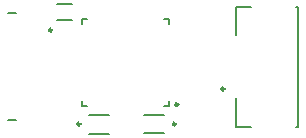
<source format=gto>
G04*
G04 #@! TF.GenerationSoftware,Altium Limited,Altium Designer,22.10.1 (41)*
G04*
G04 Layer_Color=65535*
%FSLAX44Y44*%
%MOMM*%
G71*
G04*
G04 #@! TF.SameCoordinates,6AC466C0-41EF-44D2-8528-C36EB44BF29F*
G04*
G04*
G04 #@! TF.FilePolarity,Positive*
G04*
G01*
G75*
%ADD10C,0.2500*%
%ADD11C,0.2000*%
D10*
X43710Y30984D02*
G03*
X43710Y30984I-1250J0D01*
G01*
X189480Y-18750D02*
G03*
X189480Y-18750I-1250J0D01*
G01*
X148331Y-48467D02*
G03*
X148331Y-48467I-1250J0D01*
G01*
X67574Y-48514D02*
G03*
X67574Y-48514I-1250J0D01*
G01*
X150324Y-31944D02*
G03*
X150324Y-31944I-1250J0D01*
G01*
D11*
X6710Y45184D02*
X12960D01*
X6710Y-45216D02*
X12960D01*
X249733Y50750D02*
X251733D01*
X249733Y-50750D02*
X251733D01*
X199733Y50750D02*
X211733D01*
X199733Y-50750D02*
X211733D01*
X199733D02*
Y-26750D01*
Y26749D02*
Y50749D01*
X251733Y-50750D02*
Y50749D01*
X121081Y-56467D02*
X138081D01*
X121081Y-40467D02*
X138081D01*
X75074Y-40514D02*
X92074D01*
X75074Y-56514D02*
X92074D01*
X138324Y40556D02*
X142574D01*
Y36306D02*
Y40556D01*
X68574D02*
X72824D01*
X68574Y36306D02*
Y40556D01*
Y-33444D02*
Y-29194D01*
Y-33444D02*
X72824D01*
X138324D02*
X142574D01*
Y-29194D01*
X47638Y39250D02*
X60362D01*
X47638Y52750D02*
X60362D01*
M02*

</source>
